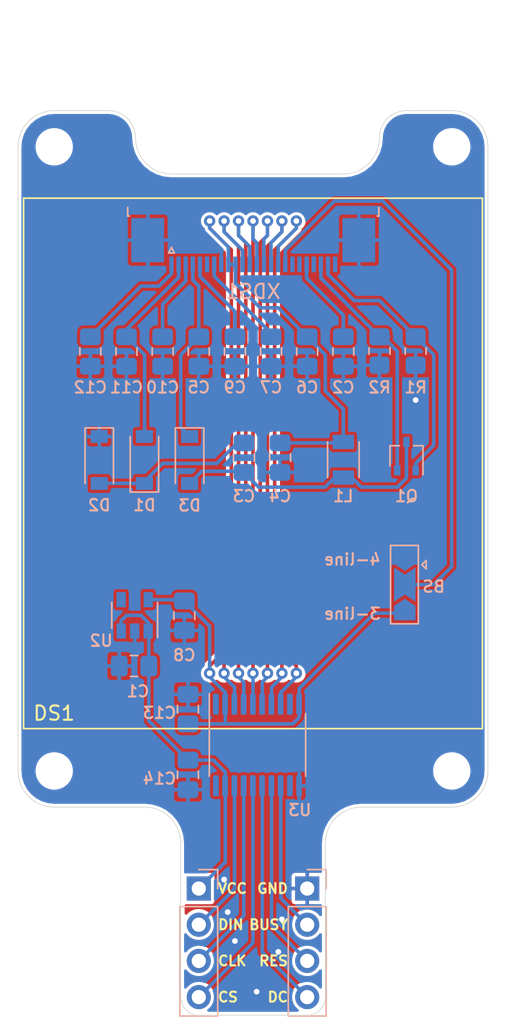
<source format=kicad_pcb>
(kicad_pcb (version 20171130) (host pcbnew "(5.1.5)-3")
  (layers (0 F.Cu signal) (31 B.Cu signal) (34 B.Paste user) (35 F.Paste user) (36 B.SilkS user) (37 F.SilkS user) (38 B.Mask user) (39 F.Mask user) (44 Edge.Cuts user))
  (net 0 "")
  (net 1 GND)
  (net 2 "Net-(C2-Pad1)")
  (net 3 "Net-(C3-Pad2)")
  (net 4 "Net-(C3-Pad1)")
  (net 5 +3V3)
  (net 6 "Net-(C5-Pad1)")
  (net 7 "Net-(C7-Pad1)")
  (net 8 "Net-(C9-Pad1)")
  (net 9 "Net-(C10-Pad1)")
  (net 10 "Net-(C11-Pad1)")
  (net 11 "Net-(C12-Pad1)")
  (net 12 /BUSY)
  (net 13 /RES)
  (net 14 /DC)
  (net 15 /CS)
  (net 16 "Net-(Q1-Pad2)")
  (net 17 "Net-(Q1-Pad1)")
  (net 18 /CLK)
  (net 19 /DIN)
  (net 20 VCC)
  (net 21 /DIN')
  (net 22 /CLK')
  (net 23 /CS')
  (net 24 /DC')
  (net 25 /RES')
  (net 26 /BUSY')
  (net 27 /BS)
  (module project_components:WSH-12561 (layer F.Cu) (at 155.067 92.075 180)
    (fp_text reference DS1 (at 13.98 -17.54 180) (layer F.SilkS))
    (fp_text value WSH-12561)
    (fp_line (start -16.12 -18.62) (end 16.12 -18.62) (layer F.SilkS) (width 0.12))
    (fp_line (start -16.12 18.62) (end -16.12 -18.62) (layer F.SilkS) (width 0.12))
    (fp_line (start 16.12 18.62) (end -16.12 18.62) (layer F.SilkS) (width 0.12))
    (fp_line (start 16.12 -18.62) (end 16.12 18.62) (layer F.SilkS) (width 0.12))
  )
  (module Connector_FFC-FPC:TE_2-1734839-4_1x24-1MP_P0.5mm_Horizontal (layer B.Cu) (at 155.087 76.755)
    (fp_text reference XDS1 (at -0.02 3.255) (layer B.SilkS) (effects (justify mirror)))
    (fp_text value WSH-12561-FFC-MP)
    (fp_line (start -5.55 0.55) (end -5.95 0.55) (layer B.SilkS) (width 0.12))
    (fp_line (start -5.75 0.15) (end -5.55 0.55) (layer B.SilkS) (width 0.12))
    (fp_line (start -5.95 0.55) (end -5.75 0.15) (layer B.SilkS) (width 0.12))
    (fp_line (start 8.825 -2.04) (end 8.825 -2.64) (layer B.SilkS) (width 0.12))
    (fp_line (start 8.715 -2.04) (end 8.825 -2.04) (layer B.SilkS) (width 0.12))
    (fp_line (start -8.825 -2.04) (end -8.825 -2.64) (layer B.SilkS) (width 0.12))
    (fp_line (start -8.715 -2.04) (end -8.825 -2.04) (layer B.SilkS) (width 0.12))
    (pad MP smd rect (at 7.42 -0.35) (size 2.3 3.1) (layers B.Cu B.Paste B.Mask) (net 1 GND))
    (pad MP smd rect (at -7.42 -0.35) (size 2.3 3.1) (layers B.Cu B.Paste B.Mask) (net 1 GND))
    (pad 24 smd rect (at 5.75 1.35) (size 0.3 1.1) (layers B.Cu B.Paste B.Mask))
    (pad 23 smd rect (at 5.25 1.35) (size 0.3 1.1) (layers B.Cu B.Paste B.Mask) (net 17 "Net-(Q1-Pad1)"))
    (pad 22 smd rect (at 4.75 1.35) (size 0.3 1.1) (layers B.Cu B.Paste B.Mask) (net 16 "Net-(Q1-Pad2)"))
    (pad 21 smd rect (at 4.25 1.35) (size 0.3 1.1) (layers B.Cu B.Paste B.Mask))
    (pad 20 smd rect (at 3.75 1.35) (size 0.3 1.1) (layers B.Cu B.Paste B.Mask) (net 2 "Net-(C2-Pad1)"))
    (pad 19 smd rect (at 3.25 1.35) (size 0.3 1.1) (layers B.Cu B.Paste B.Mask))
    (pad 18 smd rect (at 2.75 1.35) (size 0.3 1.1) (layers B.Cu B.Paste B.Mask))
    (pad 17 smd rect (at 2.25 1.35) (size 0.3 1.1) (layers B.Cu B.Paste B.Mask) (net 27 /BS))
    (pad 16 smd rect (at 1.75 1.35) (size 0.3 1.1) (layers B.Cu B.Paste B.Mask) (net 26 /BUSY'))
    (pad 15 smd rect (at 1.25 1.35) (size 0.3 1.1) (layers B.Cu B.Paste B.Mask) (net 25 /RES'))
    (pad 14 smd rect (at 0.75 1.35) (size 0.3 1.1) (layers B.Cu B.Paste B.Mask) (net 24 /DC'))
    (pad 13 smd rect (at 0.25 1.35) (size 0.3 1.1) (layers B.Cu B.Paste B.Mask) (net 23 /CS'))
    (pad 12 smd rect (at -0.25 1.35) (size 0.3 1.1) (layers B.Cu B.Paste B.Mask) (net 22 /CLK'))
    (pad 11 smd rect (at -0.75 1.35) (size 0.3 1.1) (layers B.Cu B.Paste B.Mask) (net 21 /DIN'))
    (pad 10 smd rect (at -1.25 1.35) (size 0.3 1.1) (layers B.Cu B.Paste B.Mask) (net 5 +3V3))
    (pad 9 smd rect (at -1.75 1.35) (size 0.3 1.1) (layers B.Cu B.Paste B.Mask) (net 5 +3V3))
    (pad 8 smd rect (at -2.25 1.35) (size 0.3 1.1) (layers B.Cu B.Paste B.Mask) (net 1 GND))
    (pad 7 smd rect (at -2.75 1.35) (size 0.3 1.1) (layers B.Cu B.Paste B.Mask) (net 7 "Net-(C7-Pad1)"))
    (pad 6 smd rect (at -3.25 1.35) (size 0.3 1.1) (layers B.Cu B.Paste B.Mask))
    (pad 5 smd rect (at -3.75 1.35) (size 0.3 1.1) (layers B.Cu B.Paste B.Mask) (net 8 "Net-(C9-Pad1)"))
    (pad 4 smd rect (at -4.25 1.35) (size 0.3 1.1) (layers B.Cu B.Paste B.Mask) (net 6 "Net-(C5-Pad1)"))
    (pad 3 smd rect (at -4.75 1.35) (size 0.3 1.1) (layers B.Cu B.Paste B.Mask) (net 9 "Net-(C10-Pad1)"))
    (pad 2 smd rect (at -5.25 1.35) (size 0.3 1.1) (layers B.Cu B.Paste B.Mask) (net 10 "Net-(C11-Pad1)"))
    (pad 1 smd rect (at -5.75 1.35) (size 0.3 1.1) (layers B.Cu B.Paste B.Mask) (net 11 "Net-(C12-Pad1)"))
  )
  (module Inductor_SMD:L_TDK_NLV25_2.5x2.0mm (layer B.Cu) (at 161.417 91.82 90)
    (fp_text reference L1 (at -2.555 -0.01 180) (layer B.SilkS) (effects (font (size 0.8 0.8)) (justify mirror)))
    (fp_text value 10uH)
    (fp_line (start -1.25 1.11) (end 1.25 1.11) (layer B.SilkS) (width 0.12))
    (fp_line (start 1.25 -1.11) (end -1.25 -1.11) (layer B.SilkS) (width 0.12))
    (pad 2 smd rect (at 1.25 0 90) (size 1 1.5) (layers B.Cu B.Paste B.Mask) (net 5 +3V3))
    (pad 1 smd rect (at -1.25 0 90) (size 1 1.5) (layers B.Cu B.Paste B.Mask) (net 3 "Net-(C3-Pad2)"))
  )
  (module Jumper:SolderJumper-3_P2.0mm_Open_TrianglePad1.0x1.5mm (layer B.Cu) (at 165.735 100.584 270)
    (fp_text reference JP1 hide)
    (fp_text value Jumper_NC_Dual hide)
    (fp_line (start -2.75 1) (end 2.75 1) (layer B.SilkS) (width 0.12))
    (fp_line (start 2.75 1) (end 2.75 -0.95) (layer B.SilkS) (width 0.12))
    (fp_line (start 2.75 -0.95) (end -2.75 -0.95) (layer B.SilkS) (width 0.12))
    (fp_line (start -2.75 -0.95) (end -2.75 1) (layer B.SilkS) (width 0.12))
    (fp_line (start -1.4 -1.2) (end -1.7 -1.5) (layer B.SilkS) (width 0.12))
    (fp_line (start -1.7 -1.5) (end -1.1 -1.5) (layer B.SilkS) (width 0.12))
    (fp_line (start -1.1 -1.5) (end -1.4 -1.2) (layer B.SilkS) (width 0.12))
    (pad 3 smd custom (at 2 0 90) (size 0.3 0.3) (layers B.Cu B.Mask) (net 5 +3V3) (options (clearance outline) (anchor rect)) (primitives (gr_poly (pts (xy -0.5 0.75) (xy 0.5 0.75) (xy 1 0) (xy 0.5 -0.75) (xy -0.5 -0.75)) (width 0))))
    (pad 2 smd custom (at 0 0 270) (size 0.3 0.3) (layers B.Cu B.Mask) (net 27 /BS) (options (clearance outline) (anchor rect)) (primitives (gr_poly (pts (xy -1.2 0.75) (xy 1.2 0.75) (xy 0.7 0) (xy 1.2 -0.75) (xy -1.2 -0.75) (xy -0.7 0)) (width 0))))
    (pad 1 smd custom (at -2 0 270) (size 0.3 0.3) (layers B.Cu B.Mask) (net 1 GND) (options (clearance outline) (anchor rect)) (primitives (gr_poly (pts (xy -0.5 0.75) (xy 0.5 0.75) (xy 1 0) (xy 0.5 -0.75) (xy -0.5 -0.75)) (width 0))))
  )
  (module Package_TO_SOT_SMD:SOT-23-5 (layer B.Cu) (at 146.751 102.743 90)
    (fp_text reference U2 (at -1.778 -2.352 180) (layer B.SilkS) (effects (font (size 0.8 0.8)) (justify mirror)))
    (fp_text value MIC5504-3.3YM5)
    (fp_line (start 0.9 1.61) (end -1.55 1.61) (layer B.SilkS) (width 0.12))
    (fp_line (start -0.9 -1.61) (end 0.9 -1.61) (layer B.SilkS) (width 0.12))
    (pad 5 smd rect (at 1.1 0.95 90) (size 1.06 0.65) (layers B.Cu B.Paste B.Mask) (net 5 +3V3))
    (pad 4 smd rect (at 1.1 -0.95 90) (size 1.06 0.65) (layers B.Cu B.Paste B.Mask))
    (pad 3 smd rect (at -1.1 -0.95 90) (size 1.06 0.65) (layers B.Cu B.Paste B.Mask) (net 20 VCC))
    (pad 2 smd rect (at -1.1 0 90) (size 1.06 0.65) (layers B.Cu B.Paste B.Mask) (net 1 GND))
    (pad 1 smd rect (at -1.1 0.95 90) (size 1.06 0.65) (layers B.Cu B.Paste B.Mask) (net 20 VCC))
  )
  (module Capacitor_SMD:C_0805_2012Metric_Pad1.18x1.45mm_HandSolder (layer B.Cu) (at 150.495 113.9405 270)
    (fp_text reference C14 (at 0.261252 0.735) (layer B.SilkS) (effects (font (size 0.8 0.8)) (justify left mirror)))
    (fp_text value 100nF)
    (fp_line (start -0.261252 -0.735) (end 0.261252 -0.735) (layer B.SilkS) (width 0.12))
    (fp_line (start -0.261252 0.735) (end 0.261252 0.735) (layer B.SilkS) (width 0.12))
    (pad 2 smd roundrect (at 1.0375 0 270) (size 1.175 1.45) (layers B.Cu B.Paste B.Mask) (roundrect_rratio 0.212766) (net 1 GND))
    (pad 1 smd roundrect (at -1.0375 0 270) (size 1.175 1.45) (layers B.Cu B.Paste B.Mask) (roundrect_rratio 0.212766) (net 20 VCC))
  )
  (module Capacitor_SMD:C_0805_2012Metric_Pad1.18x1.45mm_HandSolder (layer B.Cu) (at 150.495 109.3255 90)
    (fp_text reference C13 (at -0.261252 -0.735 180) (layer B.SilkS) (effects (font (size 0.8 0.8)) (justify left mirror)))
    (fp_text value 100nF)
    (fp_line (start -0.261252 -0.735) (end 0.261252 -0.735) (layer B.SilkS) (width 0.12))
    (fp_line (start -0.261252 0.735) (end 0.261252 0.735) (layer B.SilkS) (width 0.12))
    (pad 2 smd roundrect (at 1.0375 0 90) (size 1.175 1.45) (layers B.Cu B.Paste B.Mask) (roundrect_rratio 0.212766) (net 1 GND))
    (pad 1 smd roundrect (at -1.0375 0 90) (size 1.175 1.45) (layers B.Cu B.Paste B.Mask) (roundrect_rratio 0.212766) (net 5 +3V3))
  )
  (module Capacitor_SMD:C_0805_2012Metric_Pad1.18x1.45mm_HandSolder (layer B.Cu) (at 150.241 102.7645 270)
    (fp_text reference C8 (at 2.7725 0 180) (layer B.SilkS) (effects (font (size 0.8 0.8)) (justify mirror)))
    (fp_text value 4.7uF)
    (fp_line (start -0.261252 -0.735) (end 0.261252 -0.735) (layer B.SilkS) (width 0.12))
    (fp_line (start -0.261252 0.735) (end 0.261252 0.735) (layer B.SilkS) (width 0.12))
    (pad 2 smd roundrect (at 1.0375 0 270) (size 1.175 1.45) (layers B.Cu B.Paste B.Mask) (roundrect_rratio 0.212766) (net 1 GND))
    (pad 1 smd roundrect (at -1.0375 0 270) (size 1.175 1.45) (layers B.Cu B.Paste B.Mask) (roundrect_rratio 0.212766) (net 5 +3V3))
  )
  (module Capacitor_SMD:C_0805_2012Metric_Pad1.18x1.45mm_HandSolder (layer B.Cu) (at 146.7065 106.299 180)
    (fp_text reference C1 (at -0.2755 -1.778) (layer B.SilkS) (effects (font (size 0.8 0.8)) (justify mirror)))
    (fp_text value 10uF)
    (fp_line (start -0.261252 -0.735) (end 0.261252 -0.735) (layer B.SilkS) (width 0.12))
    (fp_line (start -0.261252 0.735) (end 0.261252 0.735) (layer B.SilkS) (width 0.12))
    (pad 2 smd roundrect (at 1.0375 0 180) (size 1.175 1.45) (layers B.Cu B.Paste B.Mask) (roundrect_rratio 0.212766) (net 1 GND))
    (pad 1 smd roundrect (at -1.0375 0 180) (size 1.175 1.45) (layers B.Cu B.Paste B.Mask) (roundrect_rratio 0.212766) (net 20 VCC))
  )
  (module Package_SO:TSSOP-20_4.4x6.5mm_P0.65mm (layer B.Cu) (at 155.382 111.8425 270)
    (fp_text reference U3 (at 4.572 -2.977 180) (layer B.SilkS) (effects (font (size 0.8 0.8)) (justify mirror)))
    (fp_text value TXS0108EPW)
    (fp_line (start 0 3.385) (end -3.6 3.385) (layer B.SilkS) (width 0.12))
    (fp_line (start 0 3.385) (end 2.2 3.385) (layer B.SilkS) (width 0.12))
    (fp_line (start 0 -3.385) (end -2.2 -3.385) (layer B.SilkS) (width 0.12))
    (fp_line (start 0 -3.385) (end 2.2 -3.385) (layer B.SilkS) (width 0.12))
    (pad 20 smd roundrect (at 2.8625 2.925 270) (size 1.475 0.4) (layers B.Cu B.Paste B.Mask))
    (pad 19 smd roundrect (at 2.8625 2.275 270) (size 1.475 0.4) (layers B.Cu B.Paste B.Mask) (net 20 VCC))
    (pad 18 smd roundrect (at 2.8625 1.625 270) (size 1.475 0.4) (layers B.Cu B.Paste B.Mask) (net 19 /DIN))
    (pad 17 smd roundrect (at 2.8625 0.975 270) (size 1.475 0.4) (layers B.Cu B.Paste B.Mask) (net 18 /CLK))
    (pad 16 smd roundrect (at 2.8625 0.325 270) (size 1.475 0.4) (layers B.Cu B.Paste B.Mask) (net 15 /CS))
    (pad 15 smd roundrect (at 2.8625 -0.325 270) (size 1.475 0.4) (layers B.Cu B.Paste B.Mask) (net 14 /DC))
    (pad 14 smd roundrect (at 2.8625 -0.975 270) (size 1.475 0.4) (layers B.Cu B.Paste B.Mask) (net 13 /RES))
    (pad 13 smd roundrect (at 2.8625 -1.625 270) (size 1.475 0.4) (layers B.Cu B.Paste B.Mask) (net 12 /BUSY))
    (pad 12 smd roundrect (at 2.8625 -2.275 270) (size 1.475 0.4) (layers B.Cu B.Paste B.Mask))
    (pad 11 smd roundrect (at 2.8625 -2.925 270) (size 1.475 0.4) (layers B.Cu B.Paste B.Mask) (net 1 GND))
    (pad 10 smd roundrect (at -2.8625 -2.925 270) (size 1.475 0.4) (layers B.Cu B.Paste B.Mask) (net 5 +3V3))
    (pad 9 smd roundrect (at -2.8625 -2.275 270) (size 1.475 0.4) (layers B.Cu B.Paste B.Mask))
    (pad 8 smd roundrect (at -2.8625 -1.625 270) (size 1.475 0.4) (layers B.Cu B.Paste B.Mask) (net 26 /BUSY'))
    (pad 7 smd roundrect (at -2.8625 -0.975 270) (size 1.475 0.4) (layers B.Cu B.Paste B.Mask) (net 25 /RES'))
    (pad 6 smd roundrect (at -2.8625 -0.325 270) (size 1.475 0.4) (layers B.Cu B.Paste B.Mask) (net 24 /DC'))
    (pad 5 smd roundrect (at -2.8625 0.325 270) (size 1.475 0.4) (layers B.Cu B.Paste B.Mask) (net 23 /CS'))
    (pad 4 smd roundrect (at -2.8625 0.975 270) (size 1.475 0.4) (layers B.Cu B.Paste B.Mask) (net 22 /CLK'))
    (pad 3 smd roundrect (at -2.8625 1.625 270) (size 1.475 0.4) (layers B.Cu B.Paste B.Mask) (net 21 /DIN'))
    (pad 2 smd roundrect (at -2.8625 2.275 270) (size 1.475 0.4) (layers B.Cu B.Paste B.Mask) (net 5 +3V3))
    (pad 1 smd roundrect (at -2.8625 2.925 270) (size 1.475 0.4) (layers B.Cu B.Paste B.Mask))
  )
  (module Diode_SMD:D_SOD-123 (layer B.Cu) (at 150.612 91.835 270)
    (fp_text reference D3 (at 3.19 0 180) (layer B.SilkS) (effects (font (size 0.8 0.8)) (justify mirror)))
    (fp_text value MBR0530)
    (fp_line (start -2.25 1) (end 1.65 1) (layer B.SilkS) (width 0.12))
    (fp_line (start -2.25 -1) (end 1.65 -1) (layer B.SilkS) (width 0.12))
    (fp_line (start -2.25 1) (end -2.25 -1) (layer B.SilkS) (width 0.12))
    (pad 2 smd rect (at 1.65 0 270) (size 0.9 1.2) (layers B.Cu B.Paste B.Mask) (net 3 "Net-(C3-Pad2)"))
    (pad 1 smd rect (at -1.65 0 270) (size 0.9 1.2) (layers B.Cu B.Paste B.Mask) (net 6 "Net-(C5-Pad1)"))
  )
  (module Diode_SMD:D_SOD-123 (layer B.Cu) (at 147.437 91.835 90)
    (fp_text reference D1 (at -3.175 0 180) (layer B.SilkS) (effects (font (size 0.8 0.8)) (justify mirror)))
    (fp_text value MBR0530)
    (fp_line (start -2.25 1) (end 1.65 1) (layer B.SilkS) (width 0.12))
    (fp_line (start -2.25 -1) (end 1.65 -1) (layer B.SilkS) (width 0.12))
    (fp_line (start -2.25 1) (end -2.25 -1) (layer B.SilkS) (width 0.12))
    (pad 2 smd rect (at 1.65 0 90) (size 0.9 1.2) (layers B.Cu B.Paste B.Mask) (net 10 "Net-(C11-Pad1)"))
    (pad 1 smd rect (at -1.65 0 90) (size 0.9 1.2) (layers B.Cu B.Paste B.Mask) (net 4 "Net-(C3-Pad1)"))
  )
  (module Diode_SMD:D_SOD-123 (layer B.Cu) (at 144.262 91.835 270)
    (fp_text reference D2 (at 3.175 0 180) (layer B.SilkS) (effects (font (size 0.8 0.8)) (justify mirror)))
    (fp_text value MBR0530)
    (fp_line (start -2.25 1) (end 1.65 1) (layer B.SilkS) (width 0.12))
    (fp_line (start -2.25 -1) (end 1.65 -1) (layer B.SilkS) (width 0.12))
    (fp_line (start -2.25 1) (end -2.25 -1) (layer B.SilkS) (width 0.12))
    (pad 2 smd rect (at 1.65 0 270) (size 0.9 1.2) (layers B.Cu B.Paste B.Mask) (net 4 "Net-(C3-Pad1)"))
    (pad 1 smd rect (at -1.65 0 270) (size 0.9 1.2) (layers B.Cu B.Paste B.Mask) (net 1 GND))
  )
  (module Package_TO_SOT_SMD:SOT-323_SC-70 (layer B.Cu) (at 165.852 91.565 90)
    (fp_text reference Q1 (at -2.81 0 180) (layer B.SilkS) (effects (font (size 0.8 0.8)) (justify mirror)))
    (fp_text value Si1308EDL)
    (fp_line (start -0.68 -1.16) (end 0.73 -1.16) (layer B.SilkS) (width 0.12))
    (fp_line (start 0.73 1.16) (end -1.3 1.16) (layer B.SilkS) (width 0.12))
    (fp_line (start 0.73 1.16) (end 0.73 0.5) (layer B.SilkS) (width 0.12))
    (fp_line (start 0.73 -0.5) (end 0.73 -1.16) (layer B.SilkS) (width 0.12))
    (pad 3 smd rect (at 1 0 180) (size 0.45 0.7) (layers B.Cu B.Paste B.Mask) (net 3 "Net-(C3-Pad2)"))
    (pad 2 smd rect (at -1 -0.65 180) (size 0.45 0.7) (layers B.Cu B.Paste B.Mask) (net 16 "Net-(Q1-Pad2)"))
    (pad 1 smd rect (at -1 0.65 180) (size 0.45 0.7) (layers B.Cu B.Paste B.Mask) (net 17 "Net-(Q1-Pad1)"))
  )
  (module MountingHole:MountingHole_2.2mm_M2 (layer F.Cu) (at 141.097 69.85 180)
    (fp_text reference H4 hide)
    (fp_text value MountingHole)
    (pad 1 np_thru_hole circle (at 0 0 180) (size 2.2 2.2) (drill 2.2) (layers *.Cu *.Mask))
  )
  (module MountingHole:MountingHole_2.2mm_M2 (layer F.Cu) (at 169.037 69.85 180)
    (fp_text reference H3 hide)
    (fp_text value MountingHole)
    (pad 1 np_thru_hole circle (at 0 0 180) (size 2.2 2.2) (drill 2.2) (layers *.Cu *.Mask))
  )
  (module MountingHole:MountingHole_2.2mm_M2 (layer F.Cu) (at 141.097 113.665 180)
    (fp_text reference H2 hide)
    (fp_text value MountingHole)
    (pad 1 np_thru_hole circle (at 0 0 180) (size 2.2 2.2) (drill 2.2) (layers *.Cu *.Mask))
  )
  (module MountingHole:MountingHole_2.2mm_M2 (layer F.Cu) (at 169.037 113.665 180)
    (fp_text reference H1 hide)
    (fp_text value MountingHole)
    (pad 1 np_thru_hole circle (at 0 0 180) (size 2.2 2.2) (drill 2.2) (layers *.Cu *.Mask))
  )
  (module Connector_PinHeader_2.54mm:PinHeader_1x04_P2.54mm_Vertical (layer B.Cu) (at 151.257 121.92 180)
    (fp_text reference J2 hide)
    (fp_text value Conn_01x04)
    (fp_line (start -1.33 1.33) (end 0 1.33) (layer B.SilkS) (width 0.12))
    (fp_line (start -1.33 0) (end -1.33 1.33) (layer B.SilkS) (width 0.12))
    (fp_line (start -1.33 -1.27) (end 1.33 -1.27) (layer B.SilkS) (width 0.12))
    (fp_line (start 1.33 -1.27) (end 1.33 -8.95) (layer B.SilkS) (width 0.12))
    (fp_line (start -1.33 -1.27) (end -1.33 -8.95) (layer B.SilkS) (width 0.12))
    (fp_line (start -1.33 -8.95) (end 1.33 -8.95) (layer B.SilkS) (width 0.12))
    (pad 4 thru_hole oval (at 0 -7.62 180) (size 1.7 1.7) (drill 1) (layers *.Cu *.Mask) (net 15 /CS))
    (pad 3 thru_hole oval (at 0 -5.08 180) (size 1.7 1.7) (drill 1) (layers *.Cu *.Mask) (net 18 /CLK))
    (pad 2 thru_hole oval (at 0 -2.54 180) (size 1.7 1.7) (drill 1) (layers *.Cu *.Mask) (net 19 /DIN))
    (pad 1 thru_hole rect (at 0 0 180) (size 1.7 1.7) (drill 1) (layers *.Cu *.Mask) (net 20 VCC))
  )
  (module Connector_PinHeader_2.54mm:PinHeader_1x04_P2.54mm_Vertical (layer B.Cu) (at 158.877 121.92 180)
    (fp_text reference J1 hide)
    (fp_text value Conn_01x04)
    (fp_line (start -1.33 1.33) (end 0 1.33) (layer B.SilkS) (width 0.12))
    (fp_line (start -1.33 0) (end -1.33 1.33) (layer B.SilkS) (width 0.12))
    (fp_line (start -1.33 -1.27) (end 1.33 -1.27) (layer B.SilkS) (width 0.12))
    (fp_line (start 1.33 -1.27) (end 1.33 -8.95) (layer B.SilkS) (width 0.12))
    (fp_line (start -1.33 -1.27) (end -1.33 -8.95) (layer B.SilkS) (width 0.12))
    (fp_line (start -1.33 -8.95) (end 1.33 -8.95) (layer B.SilkS) (width 0.12))
    (pad 4 thru_hole oval (at 0 -7.62 180) (size 1.7 1.7) (drill 1) (layers *.Cu *.Mask) (net 14 /DC))
    (pad 3 thru_hole oval (at 0 -5.08 180) (size 1.7 1.7) (drill 1) (layers *.Cu *.Mask) (net 13 /RES))
    (pad 2 thru_hole oval (at 0 -2.54 180) (size 1.7 1.7) (drill 1) (layers *.Cu *.Mask) (net 12 /BUSY))
    (pad 1 thru_hole rect (at 0 0 180) (size 1.7 1.7) (drill 1) (layers *.Cu *.Mask) (net 1 GND))
  )
  (module Resistor_SMD:R_0805_2012Metric_Pad1.20x1.40mm_HandSolder (layer B.Cu) (at 163.957 84.185 270)
    (fp_text reference R2 (at 2.556 0 180) (layer B.SilkS) (effects (font (size 0.8 0.8)) (justify mirror)))
    (fp_text value "3 Ohm")
    (fp_line (start -0.227064 -0.735) (end 0.227064 -0.735) (layer B.SilkS) (width 0.12))
    (fp_line (start -0.227064 0.735) (end 0.227064 0.735) (layer B.SilkS) (width 0.12))
    (pad 2 smd roundrect (at 1 0 270) (size 1.2 1.4) (layers B.Cu B.Paste B.Mask) (roundrect_rratio 0.208333) (net 1 GND))
    (pad 1 smd roundrect (at -1 0 270) (size 1.2 1.4) (layers B.Cu B.Paste B.Mask) (roundrect_rratio 0.208333) (net 16 "Net-(Q1-Pad2)"))
  )
  (module Resistor_SMD:R_0805_2012Metric_Pad1.20x1.40mm_HandSolder (layer B.Cu) (at 166.497 84.185 270)
    (fp_text reference R1 (at 2.556 0 180) (layer B.SilkS) (effects (font (size 0.8 0.8)) (justify mirror)))
    (fp_text value 10k)
    (fp_line (start -0.227064 -0.735) (end 0.227064 -0.735) (layer B.SilkS) (width 0.12))
    (fp_line (start -0.227064 0.735) (end 0.227064 0.735) (layer B.SilkS) (width 0.12))
    (pad 2 smd roundrect (at 1 0 270) (size 1.2 1.4) (layers B.Cu B.Paste B.Mask) (roundrect_rratio 0.208333) (net 1 GND))
    (pad 1 smd roundrect (at -1 0 270) (size 1.2 1.4) (layers B.Cu B.Paste B.Mask) (roundrect_rratio 0.208333) (net 17 "Net-(Q1-Pad1)"))
  )
  (module Capacitor_SMD:C_0805_2012Metric_Pad1.18x1.45mm_HandSolder (layer B.Cu) (at 143.637 84.2225 270)
    (fp_text reference C12 (at 2.5185 0 180) (layer B.SilkS) (effects (font (size 0.8 0.8)) (justify mirror)))
    (fp_text value 1uF)
    (fp_line (start -0.261252 -0.735) (end 0.261252 -0.735) (layer B.SilkS) (width 0.12))
    (fp_line (start -0.261252 0.735) (end 0.261252 0.735) (layer B.SilkS) (width 0.12))
    (pad 2 smd roundrect (at 1.0375 0 270) (size 1.175 1.45) (layers B.Cu B.Paste B.Mask) (roundrect_rratio 0.212766) (net 1 GND))
    (pad 1 smd roundrect (at -1.0375 0 270) (size 1.175 1.45) (layers B.Cu B.Paste B.Mask) (roundrect_rratio 0.212766) (net 11 "Net-(C12-Pad1)"))
  )
  (module Capacitor_SMD:C_0805_2012Metric_Pad1.18x1.45mm_HandSolder (layer B.Cu) (at 146.177 84.2225 270)
    (fp_text reference C11 (at 2.5185 0 180) (layer B.SilkS) (effects (font (size 0.8 0.8)) (justify mirror)))
    (fp_text value 1uF)
    (fp_line (start -0.261252 -0.735) (end 0.261252 -0.735) (layer B.SilkS) (width 0.12))
    (fp_line (start -0.261252 0.735) (end 0.261252 0.735) (layer B.SilkS) (width 0.12))
    (pad 2 smd roundrect (at 1.0375 0 270) (size 1.175 1.45) (layers B.Cu B.Paste B.Mask) (roundrect_rratio 0.212766) (net 1 GND))
    (pad 1 smd roundrect (at -1.0375 0 270) (size 1.175 1.45) (layers B.Cu B.Paste B.Mask) (roundrect_rratio 0.212766) (net 10 "Net-(C11-Pad1)"))
  )
  (module Capacitor_SMD:C_0805_2012Metric_Pad1.18x1.45mm_HandSolder (layer B.Cu) (at 148.717 84.2225 270)
    (fp_text reference C10 (at 2.5185 0 180) (layer B.SilkS) (effects (font (size 0.8 0.8)) (justify mirror)))
    (fp_text value 1uF)
    (fp_line (start -0.261252 -0.735) (end 0.261252 -0.735) (layer B.SilkS) (width 0.12))
    (fp_line (start -0.261252 0.735) (end 0.261252 0.735) (layer B.SilkS) (width 0.12))
    (pad 2 smd roundrect (at 1.0375 0 270) (size 1.175 1.45) (layers B.Cu B.Paste B.Mask) (roundrect_rratio 0.212766) (net 1 GND))
    (pad 1 smd roundrect (at -1.0375 0 270) (size 1.175 1.45) (layers B.Cu B.Paste B.Mask) (roundrect_rratio 0.212766) (net 9 "Net-(C10-Pad1)"))
  )
  (module Capacitor_SMD:C_0805_2012Metric_Pad1.18x1.45mm_HandSolder (layer B.Cu) (at 153.797 84.2225 270)
    (fp_text reference C9 (at 2.5185 0) (layer B.SilkS) (effects (font (size 0.8 0.8)) (justify mirror)))
    (fp_text value 1uF)
    (fp_line (start -0.261252 -0.735) (end 0.261252 -0.735) (layer B.SilkS) (width 0.12))
    (fp_line (start -0.261252 0.735) (end 0.261252 0.735) (layer B.SilkS) (width 0.12))
    (pad 2 smd roundrect (at 1.0375 0 270) (size 1.175 1.45) (layers B.Cu B.Paste B.Mask) (roundrect_rratio 0.212766) (net 1 GND))
    (pad 1 smd roundrect (at -1.0375 0 270) (size 1.175 1.45) (layers B.Cu B.Paste B.Mask) (roundrect_rratio 0.212766) (net 8 "Net-(C9-Pad1)"))
  )
  (module Capacitor_SMD:C_0805_2012Metric_Pad1.18x1.45mm_HandSolder (layer B.Cu) (at 156.337 84.2225 270)
    (fp_text reference C7 (at 2.5185 0 180) (layer B.SilkS) (effects (font (size 0.8 0.8)) (justify mirror)))
    (fp_text value 1uF)
    (fp_line (start -0.261252 -0.735) (end 0.261252 -0.735) (layer B.SilkS) (width 0.12))
    (fp_line (start -0.261252 0.735) (end 0.261252 0.735) (layer B.SilkS) (width 0.12))
    (pad 2 smd roundrect (at 1.0375 0 270) (size 1.175 1.45) (layers B.Cu B.Paste B.Mask) (roundrect_rratio 0.212766) (net 1 GND))
    (pad 1 smd roundrect (at -1.0375 0 270) (size 1.175 1.45) (layers B.Cu B.Paste B.Mask) (roundrect_rratio 0.212766) (net 7 "Net-(C7-Pad1)"))
  )
  (module Capacitor_SMD:C_0805_2012Metric_Pad1.18x1.45mm_HandSolder (layer B.Cu) (at 158.877 84.2225 270)
    (fp_text reference C6 (at 2.5185 0 180) (layer B.SilkS) (effects (font (size 0.8 0.8)) (justify mirror)))
    (fp_text value 1uF)
    (fp_line (start -0.261252 -0.735) (end 0.261252 -0.735) (layer B.SilkS) (width 0.12))
    (fp_line (start -0.261252 0.735) (end 0.261252 0.735) (layer B.SilkS) (width 0.12))
    (pad 2 smd roundrect (at 1.0375 0 270) (size 1.175 1.45) (layers B.Cu B.Paste B.Mask) (roundrect_rratio 0.212766) (net 1 GND))
    (pad 1 smd roundrect (at -1.0375 0 270) (size 1.175 1.45) (layers B.Cu B.Paste B.Mask) (roundrect_rratio 0.212766) (net 5 +3V3))
  )
  (module Capacitor_SMD:C_0805_2012Metric_Pad1.18x1.45mm_HandSolder (layer B.Cu) (at 151.257 84.2225 270)
    (fp_text reference C5 (at 2.5185 0 180) (layer B.SilkS) (effects (font (size 0.8 0.8)) (justify mirror)))
    (fp_text value 1uF)
    (fp_line (start -0.261252 -0.735) (end 0.261252 -0.735) (layer B.SilkS) (width 0.12))
    (fp_line (start -0.261252 0.735) (end 0.261252 0.735) (layer B.SilkS) (width 0.12))
    (pad 2 smd roundrect (at 1.0375 0 270) (size 1.175 1.45) (layers B.Cu B.Paste B.Mask) (roundrect_rratio 0.212766) (net 1 GND))
    (pad 1 smd roundrect (at -1.0375 0 270) (size 1.175 1.45) (layers B.Cu B.Paste B.Mask) (roundrect_rratio 0.212766) (net 6 "Net-(C5-Pad1)"))
  )
  (module Capacitor_SMD:C_0805_2012Metric_Pad1.18x1.45mm_HandSolder (layer B.Cu) (at 156.972 91.6725 270)
    (fp_text reference C4 (at 2.7025 0 180) (layer B.SilkS) (effects (font (size 0.8 0.8)) (justify mirror)))
    (fp_text value 4.7uF)
    (fp_line (start -0.261252 -0.735) (end 0.261252 -0.735) (layer B.SilkS) (width 0.12))
    (fp_line (start -0.261252 0.735) (end 0.261252 0.735) (layer B.SilkS) (width 0.12))
    (pad 2 smd roundrect (at 1.0375 0 270) (size 1.175 1.45) (layers B.Cu B.Paste B.Mask) (roundrect_rratio 0.212766) (net 1 GND))
    (pad 1 smd roundrect (at -1.0375 0 270) (size 1.175 1.45) (layers B.Cu B.Paste B.Mask) (roundrect_rratio 0.212766) (net 5 +3V3))
  )
  (module Capacitor_SMD:C_0805_2012Metric_Pad1.18x1.45mm_HandSolder (layer B.Cu) (at 154.432 91.6725 270)
    (fp_text reference C3 (at 2.7025 0 180) (layer B.SilkS) (effects (font (size 0.8 0.8)) (justify mirror)))
    (fp_text value 4.7uF)
    (fp_line (start -0.261252 -0.735) (end 0.261252 -0.735) (layer B.SilkS) (width 0.12))
    (fp_line (start -0.261252 0.735) (end 0.261252 0.735) (layer B.SilkS) (width 0.12))
    (pad 2 smd roundrect (at 1.0375 0 270) (size 1.175 1.45) (layers B.Cu B.Paste B.Mask) (roundrect_rratio 0.212766) (net 3 "Net-(C3-Pad2)"))
    (pad 1 smd roundrect (at -1.0375 0 270) (size 1.175 1.45) (layers B.Cu B.Paste B.Mask) (roundrect_rratio 0.212766) (net 4 "Net-(C3-Pad1)"))
  )
  (module Capacitor_SMD:C_0805_2012Metric_Pad1.18x1.45mm_HandSolder (layer B.Cu) (at 161.417 84.2225 270)
    (fp_text reference C2 (at 2.5185 0 180) (layer B.SilkS) (effects (font (size 0.8 0.8)) (justify mirror)))
    (fp_text value 1uF)
    (fp_line (start -0.261252 -0.735) (end 0.261252 -0.735) (layer B.SilkS) (width 0.12))
    (fp_line (start -0.261252 0.735) (end 0.261252 0.735) (layer B.SilkS) (width 0.12))
    (pad 2 smd roundrect (at 1.0375 0 270) (size 1.175 1.45) (layers B.Cu B.Paste B.Mask) (roundrect_rratio 0.212766) (net 1 GND))
    (pad 1 smd roundrect (at -1.0375 0 270) (size 1.175 1.45) (layers B.Cu B.Paste B.Mask) (roundrect_rratio 0.212766) (net 2 "Net-(C2-Pad1)"))
  )
  (gr_text BS (at 167.767 100.725) (layer B.SilkS) (effects (font (size 0.8 0.8)) (justify mirror)))
  (gr_text 4-line (at 162.042 98.82) (layer B.SilkS) (effects (font (size 0.8 0.8)) (justify mirror)))
  (gr_text 3-line (at 162.042 102.63) (layer B.SilkS) (effects (font (size 0.8 0.8)) (justify mirror)))
  (gr_text VCC (at 152.527 121.92) (layer F.SilkS) (effects (font (size 0.7 0.7)) (justify left)))
  (gr_text DIN (at 152.527 124.46) (layer F.SilkS) (effects (font (size 0.7 0.7)) (justify left)))
  (gr_text CLK (at 152.527 127) (layer F.SilkS) (effects (font (size 0.7 0.7)) (justify left)))
  (gr_text CS (at 152.527 129.54) (layer F.SilkS) (effects (font (size 0.7 0.7)) (justify left)))
  (gr_text GND (at 157.607 121.92) (layer F.SilkS) (effects (font (size 0.7 0.7)) (justify right)))
  (gr_text BUSY (at 157.607 124.46) (layer F.SilkS) (effects (font (size 0.7 0.7)) (justify right)))
  (gr_text RES (at 157.607 127) (layer F.SilkS) (effects (font (size 0.7 0.7)) (justify right)))
  (gr_text DC (at 157.607 129.54) (layer F.SilkS) (effects (font (size 0.7 0.7)) (justify right)))
  (gr_line (start 162.687 116.205) (end 169.037 116.205) (layer Edge.Cuts) (width 0.05))
  (gr_line (start 169.037 67.31) (end 165.862 67.31) (layer Edge.Cuts) (width 0.05))
  (gr_arc (start 165.862 69.215) (end 165.862 67.31) (angle -90) (layer Edge.Cuts) (width 0.05))
  (gr_arc (start 161.417 69.215) (end 161.417 71.755) (angle -90) (layer Edge.Cuts) (width 0.05))
  (gr_line (start 141.097 67.31) (end 144.907 67.31) (layer Edge.Cuts) (width 0.05))
  (gr_arc (start 144.907 69.215) (end 146.812 69.215) (angle -90) (layer Edge.Cuts) (width 0.05))
  (gr_arc (start 149.352 69.215) (end 146.812 69.215) (angle -90) (layer Edge.Cuts) (width 0.05))
  (gr_arc (start 141.097 113.665) (end 138.557 113.665) (angle -90) (layer Edge.Cuts) (width 0.05))
  (gr_arc (start 147.447 118.745) (end 149.987 118.745) (angle -90) (layer Edge.Cuts) (width 0.05))
  (gr_line (start 141.097 116.205) (end 147.447 116.205) (layer Edge.Cuts) (width 0.05))
  (gr_line (start 149.987 129.54) (end 149.987 118.745) (layer Edge.Cuts) (width 0.05))
  (gr_arc (start 151.257 129.54) (end 149.987 129.54) (angle -90) (layer Edge.Cuts) (width 0.05))
  (gr_line (start 158.877 130.81) (end 151.257 130.81) (layer Edge.Cuts) (width 0.05))
  (gr_arc (start 158.877 129.54) (end 158.877 130.81) (angle -90) (layer Edge.Cuts) (width 0.05))
  (gr_arc (start 162.687 118.745) (end 162.687 116.205) (angle -90) (layer Edge.Cuts) (width 0.05))
  (gr_line (start 160.147 129.54) (end 160.147 118.745) (layer Edge.Cuts) (width 0.05))
  (gr_arc (start 169.037 113.665) (end 169.037 116.205) (angle -90) (layer Edge.Cuts) (width 0.05))
  (gr_line (start 171.577 69.977) (end 171.577 113.665) (layer Edge.Cuts) (width 0.05))
  (gr_arc (start 169.037 69.85) (end 171.577 69.977) (angle -92.86240523) (layer Edge.Cuts) (width 0.05))
  (gr_arc (start 141.097 69.85) (end 141.097 67.31) (angle -90) (layer Edge.Cuts) (width 0.05))
  (gr_line (start 149.352 71.755) (end 161.417 71.755) (layer Edge.Cuts) (width 0.05))
  (gr_line (start 138.557 113.665) (end 138.557 69.85) (layer Edge.Cuts) (width 0.05))
  (via (at 155.321 129.159) (size 0.8) (drill 0.4) (layers F.Cu B.Cu) (net 1))
  (via (at 156.845 126.365) (size 0.8) (drill 0.4) (layers F.Cu B.Cu) (net 1))
  (via (at 153.797 125.603) (size 0.8) (drill 0.4) (layers F.Cu B.Cu) (net 1))
  (via (at 157.099 124.079) (size 0.8) (drill 0.4) (layers F.Cu B.Cu) (net 1))
  (via (at 153.289 123.571) (size 0.8) (drill 0.4) (layers F.Cu B.Cu) (net 1))
  (via (at 153.035 121.285) (size 0.8) (drill 0.4) (layers F.Cu B.Cu) (net 1))
  (via (at 166.497 87.63) (size 0.8) (drill 0.4) (layers F.Cu B.Cu) (net 1))
  (segment (start 158.837 78.105) (end 158.837 79.081) (width 0.25) (layer B.Cu) (net 2))
  (segment (start 161.417 81.661) (end 161.417 83.185) (width 0.25) (layer B.Cu) (net 2))
  (segment (start 158.837 79.081) (end 161.417 81.661) (width 0.25) (layer B.Cu) (net 2))
  (segment (start 154.584 92.601) (end 154.559 92.626) (width 0.25) (layer B.Cu) (net 3))
  (segment (start 151.466 92.626) (end 150.622 93.47) (width 0.25) (layer B.Cu) (net 3))
  (segment (start 154.559 92.626) (end 151.466 92.626) (width 0.25) (layer B.Cu) (net 3))
  (segment (start 162.677 93.74) (end 162.007 93.07) (width 0.25) (layer B.Cu) (net 3))
  (segment (start 165.217 93.74) (end 162.677 93.74) (width 0.25) (layer B.Cu) (net 3))
  (segment (start 165.852 90.565) (end 165.852 93.105) (width 0.25) (layer B.Cu) (net 3))
  (segment (start 162.007 93.07) (end 161.417 93.07) (width 0.25) (layer B.Cu) (net 3))
  (segment (start 165.852 93.105) (end 165.217 93.74) (width 0.25) (layer B.Cu) (net 3))
  (segment (start 161.417 93.07) (end 160.807 93.07) (width 0.25) (layer B.Cu) (net 3))
  (segment (start 160.807 93.07) (end 160.137 93.74) (width 0.25) (layer B.Cu) (net 3))
  (segment (start 155.462 93.74) (end 154.432 92.71) (width 0.25) (layer B.Cu) (net 3))
  (segment (start 160.137 93.74) (end 155.462 93.74) (width 0.25) (layer B.Cu) (net 3))
  (segment (start 144.272 93.47) (end 147.447 93.47) (width 0.25) (layer B.Cu) (net 4))
  (segment (start 152.527 92.075) (end 154.051 90.551) (width 0.25) (layer B.Cu) (net 4))
  (segment (start 148.717 92.075) (end 152.527 92.075) (width 0.25) (layer B.Cu) (net 4))
  (segment (start 154.051 90.551) (end 154.559 90.551) (width 0.25) (layer B.Cu) (net 4))
  (segment (start 147.447 93.47) (end 147.447 93.345) (width 0.25) (layer B.Cu) (net 4))
  (segment (start 147.447 93.345) (end 148.717 92.075) (width 0.25) (layer B.Cu) (net 4))
  (via (at 152.019 75.057) (size 0.8) (drill 0.4) (layers F.Cu B.Cu) (net 5))
  (segment (start 153.837 78.105) (end 153.337 78.105) (width 0.25) (layer B.Cu) (net 5))
  (segment (start 152.019 75.565) (end 152.019 75.057) (width 0.25) (layer B.Cu) (net 5))
  (segment (start 153.337 78.105) (end 153.337 76.883) (width 0.25) (layer B.Cu) (net 5))
  (segment (start 153.337 76.883) (end 152.019 75.565) (width 0.25) (layer B.Cu) (net 5))
  (segment (start 153.837 78.105) (end 153.837 79.415) (width 0.25) (layer B.Cu) (net 5))
  (segment (start 153.837 79.415) (end 155.575 81.153) (width 0.25) (layer B.Cu) (net 5))
  (segment (start 156.845 81.153) (end 158.877 83.185) (width 0.25) (layer B.Cu) (net 5))
  (segment (start 155.575 81.153) (end 156.845 81.153) (width 0.25) (layer B.Cu) (net 5))
  (segment (start 153.117 109.0245) (end 153.117 108.159) (width 0.25) (layer B.Cu) (net 5))
  (segment (start 153.117 108.159) (end 152.019 107.061) (width 0.25) (layer B.Cu) (net 5))
  (segment (start 152.019 107.061) (end 152.019 106.807) (width 0.25) (layer B.Cu) (net 5))
  (segment (start 152.019 106.807) (end 152.019 106.807) (width 0.25) (layer B.Cu) (net 5))
  (via (at 152.019 106.807) (size 0.8) (drill 0.4) (layers F.Cu B.Cu) (net 5))
  (segment (start 152.019 106.299) (end 152.019 106.807) (width 0.25) (layer F.Cu) (net 5))
  (segment (start 153.543 104.775) (end 152.019 106.299) (width 0.25) (layer F.Cu) (net 5))
  (segment (start 153.543 77.089) (end 153.543 104.775) (width 0.25) (layer F.Cu) (net 5))
  (segment (start 152.019 75.057) (end 152.019 75.565) (width 0.25) (layer F.Cu) (net 5))
  (segment (start 152.019 75.565) (end 153.543 77.089) (width 0.25) (layer F.Cu) (net 5))
  (segment (start 150.157 101.643) (end 150.241 101.727) (width 0.25) (layer B.Cu) (net 5))
  (segment (start 147.701 101.643) (end 150.157 101.643) (width 0.25) (layer B.Cu) (net 5))
  (segment (start 152.019 103.505) (end 150.241 101.727) (width 0.25) (layer B.Cu) (net 5))
  (segment (start 152.019 106.807) (end 152.019 103.505) (width 0.25) (layer B.Cu) (net 5))
  (segment (start 158.317 109.907) (end 158.317 109.0245) (width 0.25) (layer B.Cu) (net 5))
  (segment (start 157.861 110.363) (end 158.317 109.907) (width 0.25) (layer B.Cu) (net 5))
  (segment (start 153.117 110.281) (end 153.035 110.363) (width 0.25) (layer B.Cu) (net 5))
  (segment (start 153.117 109.0245) (end 153.117 110.281) (width 0.25) (layer B.Cu) (net 5))
  (segment (start 150.495 110.363) (end 153.035 110.363) (width 0.25) (layer B.Cu) (net 5))
  (segment (start 153.035 110.363) (end 157.861 110.363) (width 0.25) (layer B.Cu) (net 5))
  (segment (start 158.317 109.0245) (end 158.317 107.875) (width 0.25) (layer B.Cu) (net 5))
  (segment (start 158.317 107.875) (end 163.608 102.584) (width 0.25) (layer B.Cu) (net 5))
  (segment (start 163.608 102.584) (end 165.735 102.584) (width 0.25) (layer B.Cu) (net 5))
  (segment (start 158.877 83.185) (end 160.147 84.455) (width 0.25) (layer B.Cu) (net 5))
  (segment (start 160.147 84.455) (end 160.147 86.995) (width 0.25) (layer B.Cu) (net 5))
  (segment (start 160.147 86.995) (end 161.417 88.265) (width 0.25) (layer B.Cu) (net 5))
  (segment (start 161.417 88.265) (end 161.417 90.295) (width 0.25) (layer B.Cu) (net 5))
  (segment (start 161.077 90.635) (end 161.417 90.295) (width 0.25) (layer B.Cu) (net 5))
  (segment (start 156.972 90.635) (end 161.077 90.635) (width 0.25) (layer B.Cu) (net 5))
  (segment (start 150.837 78.105) (end 150.837 79.209) (width 0.25) (layer B.Cu) (net 6))
  (segment (start 151.257 79.629) (end 151.257 83.185) (width 0.25) (layer B.Cu) (net 6))
  (segment (start 150.837 79.209) (end 151.257 79.629) (width 0.25) (layer B.Cu) (net 6))
  (segment (start 149.987 89.535) (end 150.622 90.17) (width 0.25) (layer B.Cu) (net 6))
  (segment (start 151.257 83.185) (end 149.987 84.455) (width 0.25) (layer B.Cu) (net 6))
  (segment (start 149.987 84.455) (end 149.987 89.535) (width 0.25) (layer B.Cu) (net 6))
  (segment (start 152.337 78.105) (end 152.337 78.931) (width 0.25) (layer B.Cu) (net 7))
  (segment (start 156.337 82.931) (end 156.337 83.185) (width 0.25) (layer B.Cu) (net 7))
  (segment (start 152.337 78.931) (end 156.337 82.931) (width 0.25) (layer B.Cu) (net 7))
  (segment (start 151.337 78.105) (end 151.337 78.947) (width 0.25) (layer B.Cu) (net 8))
  (segment (start 153.797 81.407) (end 153.797 83.185) (width 0.25) (layer B.Cu) (net 8))
  (segment (start 151.337 78.947) (end 153.797 81.407) (width 0.25) (layer B.Cu) (net 8))
  (segment (start 150.337 78.105) (end 150.337 79.279) (width 0.25) (layer B.Cu) (net 9))
  (segment (start 148.717 80.899) (end 148.717 83.185) (width 0.25) (layer B.Cu) (net 9))
  (segment (start 150.337 79.279) (end 148.717 80.899) (width 0.25) (layer B.Cu) (net 9))
  (segment (start 149.837 78.105) (end 149.837 79.017) (width 0.25) (layer B.Cu) (net 10))
  (segment (start 146.177 82.677) (end 146.177 83.185) (width 0.25) (layer B.Cu) (net 10))
  (segment (start 149.837 79.017) (end 146.177 82.677) (width 0.25) (layer B.Cu) (net 10))
  (segment (start 146.177 83.185) (end 147.447 84.455) (width 0.25) (layer B.Cu) (net 10))
  (segment (start 147.447 84.455) (end 147.447 89.281) (width 0.25) (layer B.Cu) (net 10))
  (segment (start 147.447 89.281) (end 147.447 90.17) (width 0.25) (layer B.Cu) (net 10))
  (segment (start 149.337 78.105) (end 149.337 78.755) (width 0.25) (layer B.Cu) (net 11))
  (segment (start 149.337 78.755) (end 148.463 79.629) (width 0.25) (layer B.Cu) (net 11))
  (segment (start 147.193 79.629) (end 143.637 83.185) (width 0.25) (layer B.Cu) (net 11))
  (segment (start 148.463 79.629) (end 147.193 79.629) (width 0.25) (layer B.Cu) (net 11))
  (segment (start 157.017 122.6) (end 158.877 124.46) (width 0.25) (layer B.Cu) (net 12))
  (segment (start 157.017 114.7495) (end 157.017 122.6) (width 0.25) (layer B.Cu) (net 12))
  (segment (start 156.367 124.49) (end 158.877 127) (width 0.25) (layer B.Cu) (net 13))
  (segment (start 156.367 114.7495) (end 156.367 124.49) (width 0.25) (layer B.Cu) (net 13))
  (segment (start 155.717 126.38) (end 158.877 129.54) (width 0.25) (layer B.Cu) (net 14))
  (segment (start 155.717 114.7495) (end 155.717 126.38) (width 0.25) (layer B.Cu) (net 14))
  (segment (start 155.067 125.73) (end 151.257 129.54) (width 0.25) (layer B.Cu) (net 15))
  (segment (start 155.067 114.7495) (end 155.067 125.73) (width 0.25) (layer B.Cu) (net 15))
  (segment (start 159.837 79.065) (end 163.957 83.185) (width 0.25) (layer B.Cu) (net 16))
  (segment (start 159.837 78.105) (end 159.837 79.065) (width 0.25) (layer B.Cu) (net 16))
  (segment (start 163.957 83.185) (end 164.592 83.185) (width 0.25) (layer B.Cu) (net 16))
  (segment (start 163.957 83.185) (end 164.187 83.185) (width 0.25) (layer B.Cu) (net 16))
  (segment (start 165.202 84.2) (end 165.202 92.565) (width 0.25) (layer B.Cu) (net 16))
  (segment (start 164.187 83.185) (end 165.202 84.2) (width 0.25) (layer B.Cu) (net 16))
  (segment (start 160.337 78.105) (end 160.337 78.803) (width 0.25) (layer B.Cu) (net 17))
  (segment (start 160.337 78.803) (end 162.179 80.645) (width 0.25) (layer B.Cu) (net 17))
  (segment (start 163.957 80.645) (end 166.497 83.185) (width 0.25) (layer B.Cu) (net 17))
  (segment (start 162.179 80.645) (end 163.957 80.645) (width 0.25) (layer B.Cu) (net 17))
  (segment (start 166.497 83.185) (end 167.767 84.455) (width 0.25) (layer B.Cu) (net 17))
  (segment (start 167.767 84.455) (end 167.767 90.805) (width 0.25) (layer B.Cu) (net 17))
  (segment (start 167.766 90.805) (end 166.512 92.059) (width 0.25) (layer B.Cu) (net 17))
  (segment (start 167.767 90.805) (end 167.766 90.805) (width 0.25) (layer B.Cu) (net 17))
  (segment (start 166.512 92.555) (end 166.502 92.565) (width 0.25) (layer B.Cu) (net 17))
  (segment (start 166.512 92.059) (end 166.512 92.555) (width 0.25) (layer B.Cu) (net 17))
  (segment (start 154.417 123.84) (end 151.257 127) (width 0.25) (layer B.Cu) (net 18))
  (segment (start 154.417 114.7495) (end 154.417 123.84) (width 0.25) (layer B.Cu) (net 18))
  (segment (start 153.767 121.95) (end 151.257 124.46) (width 0.25) (layer B.Cu) (net 19))
  (segment (start 153.767 114.7495) (end 153.767 121.95) (width 0.25) (layer B.Cu) (net 19))
  (segment (start 153.117 120.06) (end 151.257 121.92) (width 0.25) (layer B.Cu) (net 20))
  (segment (start 153.117 114.7495) (end 153.117 120.06) (width 0.25) (layer B.Cu) (net 20))
  (segment (start 153.117 114.7495) (end 153.117 113.747) (width 0.25) (layer B.Cu) (net 20))
  (segment (start 152.273 112.903) (end 150.495 112.903) (width 0.25) (layer B.Cu) (net 20))
  (segment (start 153.117 113.747) (end 152.273 112.903) (width 0.25) (layer B.Cu) (net 20))
  (segment (start 147.889 106.408) (end 147.744 106.553) (width 0.25) (layer B.Cu) (net 20))
  (segment (start 145.669 103.975) (end 145.801 103.843) (width 0.25) (layer B.Cu) (net 20))
  (segment (start 145.801 103.843) (end 145.801 103.119) (width 0.25) (layer B.Cu) (net 20))
  (segment (start 145.801 103.119) (end 146.177 102.743) (width 0.25) (layer B.Cu) (net 20))
  (segment (start 146.177 102.743) (end 147.193 102.743) (width 0.25) (layer B.Cu) (net 20))
  (segment (start 147.701 103.251) (end 147.701 103.843) (width 0.25) (layer B.Cu) (net 20))
  (segment (start 147.193 102.743) (end 147.701 103.251) (width 0.25) (layer B.Cu) (net 20))
  (segment (start 147.744 103.886) (end 147.701 103.843) (width 0.25) (layer B.Cu) (net 20))
  (segment (start 147.744 106.299) (end 147.744 103.886) (width 0.25) (layer B.Cu) (net 20))
  (segment (start 147.744 110.152) (end 150.495 112.903) (width 0.25) (layer B.Cu) (net 20))
  (segment (start 147.744 106.299) (end 147.744 110.152) (width 0.25) (layer B.Cu) (net 20))
  (segment (start 153.035 75.057) (end 153.035 75.311) (width 0.25) (layer F.Cu) (net 21))
  (segment (start 153.035 75.819) (end 153.035 75.057) (width 0.25) (layer B.Cu) (net 21))
  (segment (start 154.337 78.105) (end 154.337 77.121) (width 0.25) (layer B.Cu) (net 21))
  (segment (start 154.337 77.121) (end 153.035 75.819) (width 0.25) (layer B.Cu) (net 21))
  (via (at 153.035 75.057) (size 0.8) (drill 0.4) (layers F.Cu B.Cu) (net 21))
  (segment (start 153.767 109.0245) (end 153.767 107.793) (width 0.25) (layer B.Cu) (net 21))
  (segment (start 153.767 107.793) (end 153.035 107.061) (width 0.25) (layer B.Cu) (net 21))
  (segment (start 153.035 107.061) (end 153.035 106.807) (width 0.25) (layer B.Cu) (net 21))
  (segment (start 153.035 106.807) (end 153.035 106.807) (width 0.25) (layer B.Cu) (net 21))
  (via (at 153.035 106.807) (size 0.8) (drill 0.4) (layers F.Cu B.Cu) (net 21))
  (segment (start 153.035 106.045) (end 153.035 106.807) (width 0.25) (layer F.Cu) (net 21))
  (segment (start 154.051 76.835) (end 154.051 105.029) (width 0.25) (layer F.Cu) (net 21))
  (segment (start 153.035 75.057) (end 153.035 75.819) (width 0.25) (layer F.Cu) (net 21))
  (segment (start 154.051 105.029) (end 153.035 106.045) (width 0.25) (layer F.Cu) (net 21))
  (segment (start 153.035 75.819) (end 154.051 76.835) (width 0.25) (layer F.Cu) (net 21))
  (segment (start 154.417 109.0245) (end 154.417 107.427) (width 0.25) (layer B.Cu) (net 22))
  (segment (start 154.417 107.427) (end 154.051 107.061) (width 0.25) (layer B.Cu) (net 22))
  (segment (start 154.051 107.061) (end 154.051 106.807) (width 0.25) (layer B.Cu) (net 22))
  (segment (start 154.051 106.807) (end 154.051 106.807) (width 0.25) (layer B.Cu) (net 22))
  (via (at 154.051 106.807) (size 0.8) (drill 0.4) (layers F.Cu B.Cu) (net 22))
  (segment (start 154.837 76.859) (end 154.837 78.105) (width 0.25) (layer B.Cu) (net 22))
  (segment (start 154.051 75.057) (end 154.051 76.073) (width 0.25) (layer B.Cu) (net 22))
  (segment (start 154.051 76.073) (end 154.837 76.859) (width 0.25) (layer B.Cu) (net 22))
  (via (at 154.051 75.057) (size 0.8) (drill 0.4) (layers F.Cu B.Cu) (net 22))
  (segment (start 154.051 105.791) (end 154.051 106.807) (width 0.25) (layer F.Cu) (net 22))
  (segment (start 154.559 105.283) (end 154.051 105.791) (width 0.25) (layer F.Cu) (net 22))
  (segment (start 154.559 76.581) (end 154.559 105.283) (width 0.25) (layer F.Cu) (net 22))
  (segment (start 154.051 75.057) (end 154.051 76.073) (width 0.25) (layer F.Cu) (net 22))
  (segment (start 154.051 76.073) (end 154.559 76.581) (width 0.25) (layer F.Cu) (net 22))
  (segment (start 155.067 109.0245) (end 155.067 106.807) (width 0.25) (layer B.Cu) (net 23))
  (segment (start 155.067 106.807) (end 155.067 106.807) (width 0.25) (layer B.Cu) (net 23))
  (via (at 155.067 106.807) (size 0.8) (drill 0.4) (layers F.Cu B.Cu) (net 23))
  (segment (start 155.067 76.327) (end 155.067 75.057) (width 0.25) (layer B.Cu) (net 23))
  (segment (start 155.337 78.105) (end 155.337 76.597) (width 0.25) (layer B.Cu) (net 23))
  (segment (start 155.337 76.597) (end 155.067 76.327) (width 0.25) (layer B.Cu) (net 23))
  (via (at 155.067 75.057) (size 0.8) (drill 0.4) (layers F.Cu B.Cu) (net 23))
  (segment (start 155.067 75.057) (end 155.067 106.807) (width 0.25) (layer F.Cu) (net 23))
  (segment (start 156.083 76.073) (end 156.083 75.057) (width 0.25) (layer B.Cu) (net 24))
  (segment (start 155.829 77.626) (end 155.829 76.327) (width 0.25) (layer B.Cu) (net 24))
  (segment (start 155.829 76.327) (end 156.083 76.073) (width 0.25) (layer B.Cu) (net 24))
  (via (at 156.083 75.057) (size 0.8) (drill 0.4) (layers F.Cu B.Cu) (net 24))
  (segment (start 155.717 109.0245) (end 155.717 107.427) (width 0.25) (layer B.Cu) (net 24))
  (segment (start 155.717 107.427) (end 156.083 107.061) (width 0.25) (layer B.Cu) (net 24))
  (segment (start 156.083 107.061) (end 156.083 106.807) (width 0.25) (layer B.Cu) (net 24))
  (segment (start 156.083 106.807) (end 156.083 106.807) (width 0.25) (layer B.Cu) (net 24))
  (via (at 156.083 106.807) (size 0.8) (drill 0.4) (layers F.Cu B.Cu) (net 24))
  (segment (start 155.575 76.581) (end 155.575 105.283) (width 0.25) (layer F.Cu) (net 24))
  (segment (start 156.083 75.057) (end 156.083 76.073) (width 0.25) (layer F.Cu) (net 24))
  (segment (start 156.083 76.073) (end 155.575 76.581) (width 0.25) (layer F.Cu) (net 24))
  (segment (start 155.575 105.283) (end 156.083 105.791) (width 0.25) (layer F.Cu) (net 24))
  (segment (start 156.083 105.791) (end 156.083 106.807) (width 0.25) (layer F.Cu) (net 24))
  (segment (start 157.099 75.819) (end 157.099 75.057) (width 0.25) (layer B.Cu) (net 25))
  (segment (start 156.329 77.626) (end 156.329 76.589) (width 0.25) (layer B.Cu) (net 25))
  (segment (start 156.329 76.589) (end 157.099 75.819) (width 0.25) (layer B.Cu) (net 25))
  (via (at 157.099 75.057) (size 0.8) (drill 0.4) (layers F.Cu B.Cu) (net 25))
  (segment (start 156.367 109.0245) (end 156.367 107.793) (width 0.25) (layer B.Cu) (net 25))
  (segment (start 156.367 107.793) (end 157.099 107.061) (width 0.25) (layer B.Cu) (net 25))
  (segment (start 157.099 107.061) (end 157.099 106.807) (width 0.25) (layer B.Cu) (net 25))
  (segment (start 157.099 106.807) (end 157.099 106.807) (width 0.25) (layer B.Cu) (net 25))
  (via (at 157.099 106.807) (size 0.8) (drill 0.4) (layers F.Cu B.Cu) (net 25))
  (segment (start 157.099 106.045) (end 157.099 106.807) (width 0.25) (layer F.Cu) (net 25))
  (segment (start 156.083 105.029) (end 157.099 106.045) (width 0.25) (layer F.Cu) (net 25))
  (segment (start 156.083 76.835) (end 156.083 105.029) (width 0.25) (layer F.Cu) (net 25))
  (segment (start 157.099 75.057) (end 157.099 75.819) (width 0.25) (layer F.Cu) (net 25))
  (segment (start 157.099 75.819) (end 156.083 76.835) (width 0.25) (layer F.Cu) (net 25))
  (segment (start 158.115 75.057) (end 158.115 75.311) (width 0.25) (layer F.Cu) (net 26))
  (segment (start 158.115 75.311) (end 158.115 75.057) (width 0.25) (layer B.Cu) (net 26))
  (segment (start 156.837 78.105) (end 156.837 76.843) (width 0.25) (layer B.Cu) (net 26))
  (segment (start 158.115 75.565) (end 158.115 75.057) (width 0.25) (layer B.Cu) (net 26))
  (segment (start 156.837 76.843) (end 158.115 75.565) (width 0.25) (layer B.Cu) (net 26))
  (via (at 158.115 75.057) (size 0.8) (drill 0.4) (layers F.Cu B.Cu) (net 26))
  (segment (start 157.017 109.0245) (end 157.017 108.159) (width 0.25) (layer B.Cu) (net 26))
  (segment (start 157.017 108.159) (end 158.115 107.061) (width 0.25) (layer B.Cu) (net 26))
  (segment (start 158.115 107.061) (end 158.115 106.807) (width 0.25) (layer B.Cu) (net 26))
  (segment (start 158.115 106.807) (end 158.115 106.807) (width 0.25) (layer B.Cu) (net 26))
  (via (at 158.115 106.807) (size 0.8) (drill 0.4) (layers F.Cu B.Cu) (net 26))
  (segment (start 158.115 106.299) (end 158.115 106.807) (width 0.25) (layer F.Cu) (net 26))
  (segment (start 156.591 104.775) (end 158.115 106.299) (width 0.25) (layer F.Cu) (net 26))
  (segment (start 158.115 75.057) (end 158.115 75.565) (width 0.25) (layer F.Cu) (net 26))
  (segment (start 156.591 77.089) (end 156.591 104.775) (width 0.25) (layer F.Cu) (net 26))
  (segment (start 158.115 75.565) (end 156.591 77.089) (width 0.25) (layer F.Cu) (net 26))
  (segment (start 167.767 100.584) (end 165.735 100.584) (width 0.25) (layer B.Cu) (net 27))
  (segment (start 157.337 78.105) (end 157.337 77.105) (width 0.25) (layer B.Cu) (net 27))
  (segment (start 169.027 99.324) (end 167.767 100.584) (width 0.25) (layer B.Cu) (net 27))
  (segment (start 160.782 73.66) (end 164.187 73.66) (width 0.25) (layer B.Cu) (net 27))
  (segment (start 164.187 73.66) (end 169.027 78.5) (width 0.25) (layer B.Cu) (net 27))
  (segment (start 157.337 77.105) (end 160.782 73.66) (width 0.25) (layer B.Cu) (net 27))
  (segment (start 169.027 78.5) (end 169.027 99.324) (width 0.25) (layer B.Cu) (net 27))
  (zone (net 1) (net_name GND) (layer B.Cu) (connect_pads (clearance 0.21)) (min_thickness 0.2) (fill yes (arc_segments 32) (thermal_gap 0.25) (thermal_bridge_width 0.25))
    (polygon (pts (xy 172.847 131.445) (xy 137.287 131.445) (xy 137.287 66.675) (xy 172.847 66.675)))
  )
  (zone (net 1) (net_name GND) (layer F.Cu) (connect_pads (clearance 0.25)) (min_thickness 0.2) (fill yes (arc_segments 32) (thermal_gap 0.25) (thermal_bridge_width 0.25))
    (polygon (pts (xy 172.847 131.445) (xy 137.287 131.445) (xy 137.287 66.675) (xy 172.847 66.675)))
  )
)
</source>
